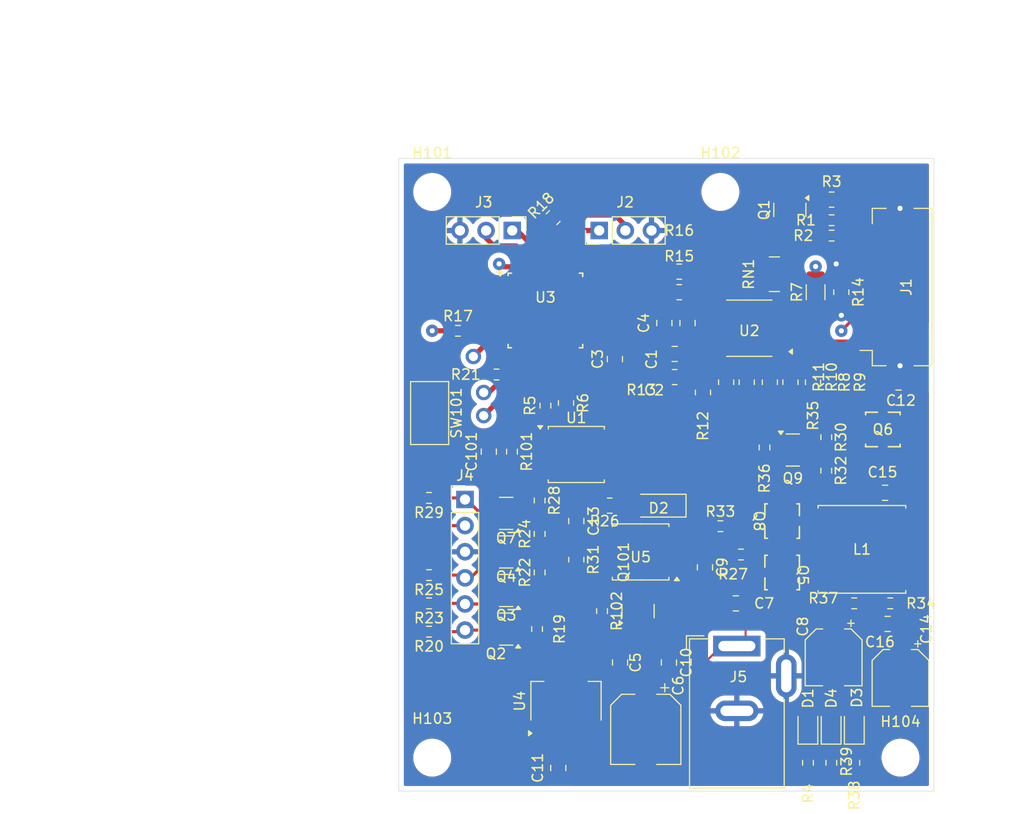
<source format=kicad_pcb>
(kicad_pcb (version 20240108) (generator "pcbnew") (generator_version "8.0")
  (layers (0 "F.Cu" signal) (31 "B.Cu" signal) (34 "B.Paste" user) (35 "F.Paste" user) (36 "B.SilkS" user "B.Silkscreen") (37 "F.SilkS" user "F.Silkscreen") (38 "B.Mask" user) (39 "F.Mask" user) (44 "Edge.Cuts" user))
  (net 0 "")
  (net 1 "GND")
  (net 2 "/VP")
  (net 3 "Net-(U2-VINT)")
  (net 4 "3V3")
  (net 5 "Net-(U2-VCP)")
  (net 6 "/VCC_IN")
  (net 7 "Net-(U5-UGATE)")
  (net 8 "Net-(D2-K)")
  (net 9 "Net-(U5-VCC)")
  (net 10 "/SUPPLY")
  (net 11 "/FB")
  (net 12 "Net-(D1-K)")
  (net 13 "Net-(D3-K)")
  (net 14 "Net-(D4-K)")
  (net 15 "Net-(J1-Pin_11)")
  (net 16 "Net-(J1-Pin_18)")
  (net 17 "Net-(J1-Pin_22)")
  (net 18 "Net-(J1-Pin_7)")
  (net 19 "Net-(J1-Pin_12)")
  (net 20 "Net-(J1-Pin_17)")
  (net 21 "Net-(J1-Pin_24)")
  (net 22 "Net-(J2-Pin_1)")
  (net 23 "Net-(J2-Pin_2)")
  (net 24 "Net-(J3-Pin_2)")
  (net 25 "Net-(J3-Pin_1)")
  (net 26 "/PS")
  (net 27 "/DST")
  (net 28 "/A'")
  (net 29 "/B'")
  (net 30 "/MOSI")
  (net 31 "/TH")
  (net 32 "/LAT")
  (net 33 "/B")
  (net 34 "/A")
  (net 35 "Net-(J4-Pin_5)")
  (net 36 "5V")
  (net 37 "Net-(J4-Pin_6)")
  (net 38 "Net-(J4-Pin_4)")
  (net 39 "Net-(J4-Pin_1)")
  (net 40 "Net-(Q1-B)")
  (net 41 "/CLK")
  (net 42 "/MISO")
  (net 43 "Net-(Q8-D)")
  (net 44 "Net-(Q5-G)")
  (net 45 "Net-(Q6-G)")
  (net 46 "/RST")
  (net 47 "Net-(Q8-G)")
  (net 48 "Net-(Q9-C)")
  (net 49 "Net-(Q9-B)")
  (net 50 "Net-(U3-PB2)")
  (net 51 "Net-(U1-DO(IO1))")
  (net 52 "Net-(U3-PB3)")
  (net 53 "Net-(U2-~{FAULT})")
  (net 54 "Net-(U2-AISEN)")
  (net 55 "Net-(U2-BISEN)")
  (net 56 "/A_D")
  (net 57 "Net-(U3-PC0)")
  (net 58 "/A'_D")
  (net 59 "Net-(U3-PC1)")
  (net 60 "/B_D")
  (net 61 "Net-(U3-PC2)")
  (net 62 "/B'_D")
  (net 63 "Net-(U3-PC3)")
  (net 64 "Net-(Q101-D)")
  (net 65 "Net-(U5-LGATE)")
  (net 66 "/PWR")
  (net 67 "/{slash}CS")
  (net 68 "unconnected-(U3-PD6-Pad10)")
  (net 69 "Net-(Q101-G)")
  (net 70 "/ADC6")
  (net 71 "/EXP2")
  (net 72 "/BUTTON")
  (net 73 "/EXP4")
  (net 74 "/EN_BUCK")
  (footprint "Resistor_SMD:R_0603_1608Metric" (layer "F.Cu") (at 163.25 57.275 -90)
    (property "Reference" "R5")
    (property "Value" "0")
  )
  (footprint "Package_TO_SOT_SMD:SOT-23" (layer "F.Cu") (at 187 38.25 -90)
    (property "Reference" "Q1")
    (property "Value" "BC817")
  )
  (footprint "Connector_PinHeader_2.54mm:PinHeader_1x03_P2.54mm_Vertical" (layer "F.Cu") (at 168.475 40.25 90)
    (property "Reference" "J2")
    (property "Value" "I2C")
  )
  (footprint "Library_nova:DFN8_3x3_EP_AOS" (layer "F.Cu") (at 196.036203 59.595)
    (property "Reference" "Q6")
    (property "Value" "AON6411")
  )
  (footprint "Capacitor_SMD:C_0805_2012Metric" (layer "F.Cu") (at 170.5 82.25 -90)
    (property "Reference" "C5")
    (property "Value" "100n")
  )
  (footprint "Package_QFP:TQFP-32_7x7mm_P0.8mm" (layer "F.Cu") (at 163.25 48.025)
    (property "Reference" "U3")
    (property "Value" "ATmega328P-A")
  )
  (footprint "Resistor_SMD:R_0603_1608Metric" (layer "F.Cu") (at 182.25 71.75)
    (property "Reference" "R27")
    (property "Value" "10")
  )
  (footprint "Resistor_SMD:R_0805_2012Metric" (layer "F.Cu") (at 187.056802 55 90)
    (property "Reference" "R9")
    (property "Value" "R750")
  )
  (footprint "Connector_BarrelJack:BarrelJack_GCT_DCJ200-10-A_Horizontal" (layer "F.Cu") (at 181.85 80.65)
    (property "Reference" "J5")
    (property "Value" "12V/2A")
  )
  (footprint "Connector_PinHeader_2.54mm:PinHeader_1x03_P2.54mm_Vertical" (layer "F.Cu") (at 160.025 40.25 -90)
    (property "Reference" "J3")
    (property "Value" "UART")
  )
  (footprint "Resistor_SMD:R_0603_1608Metric" (layer "F.Cu") (at 190.536203 63.595 -90)
    (property "Reference" "R32")
    (property "Value" "1k")
  )
  (footprint "MountingHole:MountingHole_3.2mm_M3_DIN965" (layer "F.Cu") (at 197.75 91.5)
    (property "Reference" "H104")
    (property "Value" "MountingHole")
  )
  (footprint "Package_SO:SOP-8_5.28x5.23mm_P1.27mm" (layer "F.Cu") (at 172.5 71.5 180)
    (property "Reference" "U5")
    (property "Value" "APW7120")
  )
  (footprint "Resistor_SMD:R_0805_2012Metric" (layer "F.Cu") (at 176.25 46.25)
    (property "Reference" "R15")
    (property "Value" "100")
  )
  (footprint "Package_TO_SOT_SMD:SOT-23" (layer "F.Cu") (at 159.4375 71.5 180)
    (property "Reference" "Q4")
    (property "Value" "2N7002")
  )
  (footprint "Resistor_SMD:R_0805_2012Metric" (layer "F.Cu") (at 191.056802 37.25 180)
    (property "Reference" "R3")
    (property "Value" "1k")
  )
  (footprint "Diode_SMD:D_MiniMELF" (layer "F.Cu") (at 174.25 67 180)
    (property "Reference" "D2")
    (property "Value" "LL4148")
  )
  (footprint "Inductor_SMD:L_APV_ANR8040" (layer "F.Cu") (at 194 71.25)
    (property "Reference" "L1")
    (property "Value" "1.5u")
  )
  (footprint "Resistor_SMD:R_0603_1608Metric" (layer "F.Cu") (at 191.056802 40.75)
    (property "Reference" "R2")
    (property "Value" "180")
  )
  (footprint "Resistor_SMD:R_0603_1608Metric" (layer "F.Cu") (at 191.03 92 90)
    (property "Reference" "R39")
    (property "Value" "1k")
  )
  (footprint "Resistor_SMD:R_0805_2012Metric" (layer "F.Cu") (at 164 39 45)
    (property "Reference" "R18")
    (property "Value" "10k")
  )
  (footprint "Library_nova:DFN8_3x3_EP_AOS" (layer "F.Cu") (at 186.25 73.5 -90)
    (property "Reference" "Q5")
    (property "Value" "SiR696DP")
  )
  (footprint "Resistor_SMD:R_0603_1608Metric" (layer "F.Cu") (at 162.6875 66.5 -90)
    (property "Reference" "R28")
    (property "Value" "10k")
  )
  (footprint "Capacitor_SMD:C_0805_2012Metric" (layer "F.Cu") (at 175.25 82.25 -90)
    (property "Reference" "C10")
    (property "Value" "100n")
  )
  (footprint "Capacitor_SMD:C_0805_2012Metric" (layer "F.Cu") (at 178.75 73 -90)
    (property "Reference" "C9")
    (property "Value" "100n")
  )
  (footprint "Package_TO_SOT_SMD:SOT-223-3_TabPin2" (layer "F.Cu") (at 165.25 86 90)
    (property "Reference" "U4")
    (property "Value" "AMS1117-3.3")
  )
  (footprint "Resistor_SMD:R_0603_1608Metric" (layer "F.Cu") (at 160 61.75 -90)
    (property "Reference" "R101")
    (property "Value" "10k")
  )
  (footprint "LED_SMD:LED_0805_2012Metric" (layer "F.Cu") (at 188.75 88.5 90)
    (property "Reference" "D1")
    (property "Value" "LED")
  )
  (footprint "Package_TO_SOT_SMD:SOT-23" (layer "F.Cu") (at 159.4375 79 180)
    (property "Reference" "Q2")
    (property "Value" "2N7002")
  )
  (footprint "Capacitor_SMD:C_0805_2012Metric" (layer "F.Cu") (at 166.25 68.5 -90)
    (property "Reference" "C13")
    (property "Value" "1u")
  )
  (footprint "Resistor_SMD:R_0603_1608Metric" (layer "F.Cu") (at 190.536203 60.345 -90)
    (property "Reference" "R30")
    (property "Value" "10k")
  )
  (footprint "Resistor_SMD:R_Array_Convex_4x0603" (layer "F.Cu") (at 185.5 44.5)
    (property "Reference" "RN1")
    (property "Value" "82")
  )
  (footprint "Resistor_SMD:R_0805_2012Metric" (layer "F.Cu") (at 189.25 55 -90)
    (property "Reference" "R35")
    (property "Value" "1k")
  )
  (footprint "MountingHole:MountingHole_3.2mm_M3_DIN965" (layer "F.Cu") (at 152.25 36.5)
    (property "Reference" "H101")
    (property "Value" "MountingHole")
  )
  (footprint "Package_SO:SOIC-8_5.23x5.23mm_P1.27mm" (layer "F.Cu") (at 166.25 62.025)
    (property "Reference" "U1")
    (property "Value" "W25Q16JVSS")
  )
  (footprint "Resistor_SMD:R_0603_1608Metric" (layer "F.Cu") (at 193.26 92 90)
    (property "Reference" "R38")
    (property "Value" "510")
  )
  (footprint "Resistor_SMD:R_0805_2012Metric" (layer "F.Cu") (at 178.556802 56 90)
    (property "Reference" "R12")
    (property "Value" "100")
  )
  (footprint "Capacitor_SMD:C_0805_2012Metric" (layer "F.Cu") (at 174.806802 49.25 -90)
    (property "Reference" "C1")
    (property "Value" "100n")
  )
  (footprint "LED_SMD:LED_0805_2012Metric" (layer "F.Cu") (at 191.01 88.5 90)
    (property "Reference" "D4")
    (property "Value" "LED")
  )
  (footprint "Capacitor_SMD:CP_Elec_5x4.5" (layer "F.Cu") (at 197.75 83.75 -90)
    (property "Reference" "C14")
    (property "Value" "100u")
  )
  (footprint "Resistor_SMD:R_1206_3216Metric" (layer "F.Cu") (at 189.5 46.25 90)
    (property "Reference" "R7")
    (property "Value" "10k")
  )
  (footprint "Resistor_SMD:R_0805_2012Metric" (layer "F.Cu") (at 185.056802 55 90)
    (property "Reference" "R8")
    (property "Value" "R750")
  )
  (footprint "Resistor_SMD:R_0603_1608Metric" (layer "F.Cu") (at 154.75 50)
    (property "Reference" "R17")
    (property "Value" "100")
  )
  (footprint "Resistor_SMD:R_0603_1608Metric" (layer "F.Cu") (at 162.6875 73.5 90)
    (property "Reference" "R22")
    (property "Value" "10k")
  )
  (footprint "Resistor_SMD:R_0603_1608Metric" (layer "F.Cu") (at 180.25 69)
    (property "Reference" "R33")
    (property "Value" "10")
  )
  (footprint "Resistor_SMD:R_0603_1608Metric" (layer "F.Cu") (at 151.9375 79.25 180)
    (property "Reference" "R20")
    (property "Value" "10k")
  )
  (footprint "Resistor_SMD:R_0805_2012Metric" (layer "F.Cu") (at 180.806802 55 90)
    (property "Reference" "R11")
    (property "Value" "R750")
  )
  (footprint "Resistor_SMD:R_0603_1608Metric" (layer "F.Cu") (at 193.25 76.5)
    (property "Reference" "R37")
    (property "Value" "2k7")
  )
  (footprint "Capacitor_SMD:C_0805_2012Metric" (layer "F.Cu") (at 164.5 92.5 90)
    (property "Reference" "C11")
    (property "Value" "100n")
  )
  (footprint "Capacitor_SMD:CP_Elec_5x4.5" (layer "F.Cu") (at 191.25 81.75 -90)
    (property "Reference" "C8")
    (property "Value" "100u")
  )
  (footprint "Capacitor_SMD:C_0805_2012Metric" (layer "F.Cu") (at 196.25 65.75)
    (property "Reference" "C15")
    (property "Value" "100n")
  )
  (footprint "Resistor_SMD:R_0805_2012Metric" (layer "F.Cu") (at 176.25 44.25)
    (property "Reference" "R16")
    (property "Value" "100")
  )
  (footprint "Capacitor_SMD:C_0805_2012Metric" (layer "F.Cu") (at 177.056802 49.25 90)
    (property "Reference" "C4")
    (property "Value" "10p")
  )
  (footprint "Connector_PinHeader_2.54mm:PinHeader_1x06_P2.54mm_Vertical" (layer "F.Cu") (at 155.4375 66.4)
    (property "Reference" "J4")
    (property "Value" "ICSP")
  )
  (footprint "MountingHole:MountingHole_3.2mm_M3_DIN965" (layer "F.Cu") (at 152.25 91.5)
    (property "Reference" "H103")
    (property "Value" "MountingHole")
  )
  (footprint "Capacitor_SMD:C_0805_2012Metric" (layer "F.Cu") (at 197.556802 56.5 180)
    (property "Reference" "C12")
    (property "Value" "10u")
  )
  (footprint "Capacitor_SMD:C_0805_2012Metric" (layer "F.Cu") (at 181.75 76.5)
    (property "Reference" "C7")
    (property "Value" "100n")
  )
  (footprint "Library_nova:DFN8_3x3_EP_AOS" (layer "F.Cu") (at 186.25 68.5 -90)
    (property "Reference" "Q8")
    (property "Value" "SiR696DP")
  )
  (footprint "Resistor_SMD:R_0603_1608Metric" (layer "F.Cu") (at 191.056802 39.25)
    (property "Reference" "R1")
    (property "Value" "36k")
  )
  (footprint "Resistor_SMD:R_0805_2012Metric" (layer "F.Cu") (at 175.806802 54.5)
    (property "Reference" "R13")
    (property "Value" "100")
  )
  (footprint "Button_Switch_SMD:SW_SPST_CK_RS282G05A3" (layer "F.Cu") (at 152 58 -90)
    (property "Reference" "SW101")
    (property "Value" "SW_Push")
  )
  (footprint "Package_TO_SOT_SMD:SOT-23" (layer "F.Cu") (at 159.4375 75.25 180)
    (property "Reference" "Q3")
    (property "Value" "2N7002")
  )
  (footprint "Resistor_SMD:R_0805_2012Metric" (layer "F.Cu") (at 182.806802 55 90)
    (property "Reference" "R10")
    (property "Value" "R750")
  )
  (footprint "Capacitor_SMD:C_0805_2012Metric" (layer "F.Cu") (at 175.806802 52.25)
    (property "Reference" "C2")
    (property "Value" "2u2")
  )
  (footprint "Package_TO_SOT_SMD:SOT-23" (layer "F.Cu") (at 187.286203 61.595)
    (property "Reference" "Q9")
    (property "Value" "BC817")
  )
  (footprint "Resistor_SMD:R_0805_2012Metric" (layer "F.Cu") (at 192 46.25 -90)
    (property "Reference" "R14")
    (property "Value" "47k")
  )
  (footprint "Resistor_SMD:R_0603_1608Metric" (layer "F.Cu") (at 196.75 76.5)
    (property "Reference" "R34")
    (property "Value" "22k")
  )
  (footprint "Resistor_SMD:R_0805_2012Metric" (layer "F.Cu") (at 165.25 57.025 -90)
    (property "Reference" "R6")
    (property "Value" "10")
  )
  (footprint "Resistor_SMD:R_0603_1608Metric" (layer "F.Cu") (at 162.4375 79 -90)
    (property "Reference" "R19")
    (property "Value" "10k")
  )
  (footprint "Resistor_SMD:R_0603_1608Metric" (layer "F.Cu") (at 158.5 54.25)
    (property "Reference" "R21")
    (property "Value" "10k")
  )
  (footprint "LED_SMD:LED_0805_2012Metric" (layer "F.Cu") (at 193.26 88.5 90)
    (property "Reference" "D3")
    (property "Value" "LED")
  )
  (footprint "Resistor_SMD:R_0603_1608Metric" (layer "F.Cu") (at 188.76 92 90)
    (property "Reference" "R4")
    (property "Value" "75")
  )
  (footprint "Resistor_SMD:R_0805_2012Metric" (layer "F.Cu") (at 166.25 72.25 -90)
    (property "Reference" "R31")
    (property "Value" "?")
  )
  (footprint "Resistor_SMD:R_0603_1608Metric" (layer "F.Cu") (at 184.536203 61.345 90)
    (property "Reference" "R36")
    (property "Value" "10k")
  )
  (footprint "Capacitor_SMD:CP_Elec_6.3x4.5" (layer "F.Cu") (at 173 88.75 -90)
    (property "Reference" "C6")
    (property "Value" "100u")
  )
  (footprint "Resistor_SMD:R_0603_1608Metric" (layer "F.Cu") (at 162.6875 69.75 90)
    (property "Reference" "R24")
    (property "Value" "10k")
  )
  (footprint "Resistor_SMD:R_0603_1608Metric" (layer "F.Cu") (at 151.9375 66.25 180)
    (property "Reference" "R29")
    (property "Value" "10k")
  )
  (footprint "Resistor_SMD:R_0805_2012Metric" (layer "F.Cu") (at 169.5 67)
    (property "Reference" "R26")
    (property "Value" "2.2")
  )
  (footprint "Connector_FFC-FPC:Hirose_FH12-24S-0.5SH_1x24-1MP_P0.50mm_Horizontal" (layer "F.Cu") (at 196.306802 45.75 90)
    (property "Reference" "J1")
    (property "Value" "LTP02-245-01")
  )
  (footprint "Resistor_SMD:R_0603_1608Metric" (layer "F.Cu") (at 168.75 77.25 -90)
    (property "Reference" "R102")
    (property "Value" "1k")
  )
  (footprint "Package_TO_SOT_SMD:SOT-23" (layer "F.Cu") (at 172.25 77.25 90)
    (property "Reference" "Q101")
    (property "Value" "2N7002")
  )
  (footprint "Capacitor_SMD:C_0805_2012Metric" (layer "F.Cu") (at 196.5 78.5)
    (property "Reference" "C16")
    (property "Value" "100n")
  )
  (footprint "Resistor_SMD:R_0603_1608Metric" (layer "F.Cu") (at 151.9375 73.75 180)
    (property "Reference" "R25")
    (property "Value" "10k")
  )
  (footprint "Package_SO:TSSOP-16_4.4x5mm_P0.65mm" (layer "F.Cu") (at 183.056802 49.75 180)
    (property "Reference" "U2")
    (property "Value" "DRV8833PW")
  )
  (footprint "Resistor_SMD:R_0603_1608Metric" (layer "F.Cu") (at 151.9375 76.5 180)
    (property "Reference" "R23")
    (property "Value" "10k")
  )
  (footprint "Capacitor_SMD:C_0805_2012Metric" (layer "F.Cu") (at 157.75 61.75 90)
    (property "Reference" "C101")
    (property "Value" "100n")
  )
  (footprint "Capacitor_SMD:C_0805_2012Metric" (layer "F.Cu") (at 170 52.75 90)
    (property "Reference" "C3")
    (property "Value" "100n")
  )
  (footprint "MountingHole:MountingHole_3.2mm_M3_DIN965" (layer "F.Cu") (at 180.25 36.5)
    (property "Reference" "H102")
    (property "Value" "MountingHole")
  )
  (footprint "Package_TO_SOT_SMD:SOT-23" (layer "F.Cu") (at 159.4375 67.75 180)
    (property "Reference" "Q7")
    (property "Value" "2N7002")
  )
  (gr_rect (start 149 33.25) (end 201 94.75) (stroke (width 0.05)) (fill none) (layer "Edge.Cuts"))
  (segment (start 196.25 47) (end 196.25 44.75) (width 0.8) (layer "F.Cu") (net 1))
  (segment (start 193.25 44.5) (end 194.456802 44.5) (width 0.3) (layer "F.Cu") (net 1))
  (segment (start 194.456802 47.5) (end 195.75 47.5) (width 0.8) (layer "F.Cu") (net 1))
  (segment (start 196.25 44.75) (end 194.706802 44.75) (width 0.8) (layer "F.Cu") (net 1))
  (segment (start 159 46.825) (end 161.575 46.825) (width 0.3) (layer "F.Cu") (net 1))
  (segment (start 192.5 48.5) (end 193 48) (width 0.3) (layer "F.Cu") (net 1))
  (segment (start 193.25 44.5) (end 192.25 43.5) (width 0.3) (layer "F.Cu") (net 1))
  (segment (start 157.5 47) (end 157.675 46.825) (width 0.3) (layer "F.Cu") (net 1))
  (segment (start 196.25 40.5) (end 197.706802 39.043198) (width 0.3) (layer "F.Cu") (net 1))
  (segment (start 157.675 46.825) (end 159 46.825) (width 0.3) (layer "F.Cu") (net 1))
  (segment (start 187.7994 68.174999) (end 187.7994 69.474999) (width 0.3) (layer "F.Cu") (net 1))
  (segment (start 157.5 48.25) (end 157.5 47) (width 0.3) (layer "F.Cu") (net 1))
  (segment (start 192.25 43.5) (end 191.5 43.5) (width 0.3) (layer "F.Cu") (net 1))
  (segment (start 193 48) (end 194.456802 48) (width 0.3) (layer "F.Cu") (net 1))
  (segment (start 197.706802 39.043198) (end 197.706802 38.1) (width 0.3) (layer "F.Cu") (net 1))
  (segment (start 194.456802 40.5) (end 196.25 40.5) (width 0.3) (layer "F.Cu") (net 1))
  (segment (start 192 48.5) (end 192.5 48.5) (width 0.3) (layer "F.Cu") (net 1))
  (segment (start 195.75 47.5) (end 196.25 47) (width 0.8) (layer "F.Cu") (net 1))
  (segment (start 161.575 46.825) (end 162.375 47.625) (width 0.3) (layer "F.Cu") (net 1))
  (segment (start 194.456802 44) (end 194.456802 45) (width 0.3) (layer "F.Cu") (net 1))
  (segment (start 162.375 47.625) (end 167.5 47.625) (width 0.3) (layer "F.Cu") (net 1))
  (segment (start 157.675 48.425) (end 157.5 48.25) (width 0.3) (layer "F.Cu") (net 1))
  (segment (start 159 48.425) (end 157.675 48.425) (width 0.3) (layer "F.Cu") (net 1))
  (segment (start 194.456802 48) (end 194.456802 47) (width 0.3) (layer "F.Cu") (net 1))
  (via (at 192 48.5) (size 1.2) (drill 0.5) (layers "F.Cu" "B.Cu") (net 1))
  (via (at 197.706802 38.1) (size 0.6) (drill 0.5) (layers "F.Cu" "B.Cu") (net 1))
  (via (at 197.706802 53.4) (size 0.6) (drill 0.5) (layers "F.Cu" "B.Cu") (net 1))
  (via (at 191.5 43.5) (size 1.2) (drill 0.5) (layers "F.Cu" "B.Cu") (net 1))
  (segment (start 198.473703 60.5325) (end 198.401602 60.460399) (width 0.3) (layer "F.Cu") (net 2))
  (segment (start 174.806802 50.2) (end 177.056802 50.2) (width 0.3) (layer "F.Cu") (net 2))
  (segment (start 178.381802 49.425) (end 178.056802 49.75) (width 0.3) (layer "F.Cu") (net 2))
  (segment (start 196.5 42) (end 194.456802 42) (width 0.8) (layer "F.Cu") (net 2))
  (segment (start 198.606802 56.6) (end 198.506802 56.5) (width 0.3) (layer "F.Cu") (net 2))
  (segment (start 194.456802 49.25) (end 194.456802 49) (width 0.3) (layer "F.Cu") (net 2))
  (segment (start 200 50.25) (end 200 55) (width 0.8) (layer "F.Cu") (net 2))
  (segment (start 197.585603 60.569999) (end 198.292003 60.569999) (width 0.3) (layer "F.Cu") (net 2))
  (segment (start 194.5 86.3225) (end 194.5 84.25) (width 0.3) (layer "F.Cu") (net 2))
  (segment (start 197.5 47.75) (end 197.5 43) (width 0.8) (layer "F.Cu") (net 2))
  (segment (start 197.5 48.25) (end 197.5 47.75) (width 0.8) (layer "F.Cu") (net 2))
  (segment (start 197.5 43) (end 196.5 42) (width 0.8) (layer "F.Cu") (net 2))
  (segment (start 194.456802 49.5) (end 194.456802 49.25) (width 0.3) (layer "F.Cu") (net 2))
  (segment (start 193.26 87.5625) (end 194.5 86.3225) (width 0.3) (layer "F.Cu") (net 2))
  (segment (start 196.5 49.25) (end 197.5 48.25) (width 0.8) (layer "F.Cu") (net 2))
  (segment (start 194.456802 42.5) (end 194.456802 41.5) (width 0.3) (layer "F.Cu") (net 2))
  (segment (start 198.836203 56.829401) (end 198.506802 56.5) (width 0.3) (layer "F.Cu") (net 2))
  (segment (start 200 55) (end 199.5 55.5) (width 0.8) (layer "F.Cu") (net 2))
  (segment (start 199.5 55.5) (end 199.5 55.506802) (width 0.8) (layer "F.Cu") (net 2))
  (segment (start 198.836203 60.025799) (end 198.836203 56.829401) (width 0.3) (layer "F.Cu") (net 2))
  (segment (start 177.506802 49.75) (end 177.056802 50.2) (width 0.3) (layer "F.Cu") (net 2))
  (segment (start 197.5 47.75) (end 200 50.25) (width 0.8) (layer "F.Cu") (net 2))
  (segment (start 197.585603 60.569999) (end 197.585603 58.620001) (width 0.3) (layer "F.Cu") (net 2))
  (segment (start 194.456802 49.25) (end 196.5 49.25) (width 0.8) (layer "F.Cu") (net 2))
  (segment (start 178.056802 49.75) (end 177.506802 49.75) (width 0.3) (layer "F.Cu") (net 2))
  (segment (start 199.5 55.506802) (end 198.506802 56.5) (width 0.8) (layer "F.Cu") (net 2))
  (segment (start 180.194302 49.425) (end 178.381802 49.425) (width 0.3) (layer "F.Cu") (net 2))
  (segment (start 198.292003 60.569999) (end 198.836203 60.025799) (width 0.3) (layer "F.Cu") (net 2))
  (segment (start 177.506802 51.5) (end 178.056802 51.5) (width 0.3) (layer "F.Cu") (net 3))
  (segment (start 178.056802 51.5) (end 178.831802 50.725) (width 0.3) (layer "F.Cu") (net 3))
  (segment (start 178.831802 50.725) (end 180.194302 50.725) (width 0.3) (layer "F.Cu") (net 3))
  (segment (start 176.756802 52.25) (end 177.506802 51.5) (width 0.3) (layer "F.Cu") (net 3))
  (segment (start 168.7 91.55) (end 171.5 88.75) (width 0.5) (layer "F.Cu") (net 4))
  (segment (start 178 89.75) (end 185 89.75) (width 0.5) (layer "F.Cu") (net 4))
  (segment (start 160.6 72.675) (end 160.375 72.45) (width 0.3) (layer "F.Cu") (net 4))
  (segment (start 190.5375 44.7875) (end 191.0875 45.3375) (width 0.3) (layer "F.Cu") (net 4))
  (segment (start 168.5 52) (end 168.5 58.77) (width 0.3) (layer "F.Cu") (net 4))
  (segment (start 169.025 50.025) (end 167.5 50.025) (width 0.3) (layer "F.Cu") (net 4))
  (segment (start 160.525 49.225) (end 159 49.225) (width 0.3) (layer "F.Cu") (net 4))
  (segment (start 162.6875 68.925) (end 162.6875 67.325) (width 0.3) (layer "F.Cu") (net 4))
  (segment (start 160.085 62.66) (end 160 62.575) (width 0.3) (layer "F.Cu") (net 4))
  (segment (start 160.375 79.95) (end 162.35 79.95) (width 0.3) (layer "F.Cu") (net 4))
  (segment (start 161 48.25) (end 161 48.75) (width 0.3) (layer "F.Cu") (net 4))
  (segment (start 162.65 62.66) (end 160.085 62.66) (width 0.3) (layer "F.Cu") (net 4))
  (segment (start 165.25 48.425) (end 161.175 48.425) (width 0.3) (layer "F.Cu") (net 4))
  (segment (start 162.35 79.95) (end 165.25 82.85) (width 0.3) (layer "F.Cu") (net 4))
  (segment (start 162.6875 68.925) (end 160.6 68.925) (width 0.3) (layer "F.Cu") (net 4))
  (segment (start 164.5 91.55) (end 165.25 90.8) (width 0.2) (layer "F.Cu") (net 4))
  (segment (start 160.625 47.625) (end 161 48) (width 0.3) (layer "F.Cu") (net 4))
  (segment (start 167.5 50.025) (end 166.4 50.025) (width 0.3) (layer "F.Cu") (net 4))
  (segment (start 166.4 50.025) (end 165.25 48.875) (width 0.3) (layer "F.Cu") (net 4))
  (segment (start 168.5 58.77) (end 169.85 60.12) (width 0.3) (layer "F.Cu") (net 4))
  (segment (start 165.25 90.8) (end 165.25 89.15) (width 0.2) (layer "F.Cu") (net 4))
  (segment (start 161.175 48.425) (end 161 48.25) (width 0.3) (layer "F.Cu") (net 4))
  (segment (start 169.85 61.39) (end 169.85 60.12) (width 0.3) (layer "F.Cu") (net 4))
  (segment (start 171.5 88.75) (end 177 88.75) (width 0.5) (layer "F.Cu") (net 4))
  (segment (start 159 47.625) (end 160.625 47.625) (width 0.3) (layer "F.Cu") (net 4))
  (segment (start 192.1625 45.5) (end 192 45.3375) (width 0.3) (layer "F.Cu") (net 4))
  (segment (start 191.0875 45.3375) (end 192 45.3375) (width 0.3) (layer "F.Cu") (net 4))
  (segment (start 164.5 91.55) (end 168.7 91.55) (width 0.5) (layer "F.Cu") (net 4))
  (segment (start 170 51.8) (end 168.7 51.8) (width 0.3) (layer "F.Cu") (net 4))
  (segment (start 161 48.75) (end 160.525 49.225) (width 0.3) (layer "F.Cu") (net 4))
  (segment (start 170 51) (end 169.025 50.025) (width 0.3) (layer "F.Cu") (net 4))
  (segment (start 194.456802 45.5) (end 192.1625 45.5) (width 0.3) (layer "F.Cu") (net 4))
  (segment (start 185 89.75) (end 187.1875 87.5625) (width 0.5) (layer "F.Cu") (net 4))
  (segment (start 161 48) (end 161 48.25) (width 0.3) (layer "F.Cu") (net 4))
  (segment (start 189.5 44.7875) (end 190.5375 44.7875) (width 0.3) (layer "F.Cu") (net 4))
  (segment (start 167.5 48.425) (end 165.25 48.425) (width 0.3) (layer "F.Cu") (net 4))
  (segment (start 160.6 68.925) (end 160.375 68.7) (width 0.3) (layer "F.Cu") (net 4))
  (segment (start 168.7 51.8) (end 168.5 52) (width 0.3) (layer "F.Cu") (net 4))
  (segment (start 187.1875 87.5625) (end 188.75 87.5625) (width 0.5) (layer "F.Cu") (net 4))
  (segment (start 190.231802 40.75) (end 190.231802 39.25) (width 0.3) (layer "F.Cu") (net 4))
  (segment (start 170 51.8) (end 170 51) (width 0.3) (layer "F.Cu") (net 4))
  (segment (start 177 88.75) (end 178 89.75) (width 0.5) (layer "F.Cu") (net 4))
  (segment (start 165.25 89.15) (end 165.25 82.85) (width 0.2) (layer "F.Cu") (net 4))
  (segment (start 189.65 44.9) (end 189.15 44.9) (width 0.3) (layer "F.Cu") (net 4))
  (segment (start 189.5 43.75) (end 189.5 44.7875) (width 0.3) (layer "F.Cu") (net 4))
  (segment (start 162.6875 72.675) (end 160.6 72.675) (width 0.3) (layer "F.Cu") (net 4))
  (segment (start 165.25 48.875) (end 165.25 48.425) (width 0.3) (layer "F.Cu") (net 4))
  (via (at 189.5 43.75) (size 1.2) (drill 0.5) (layers "F.Cu" "B.Cu") (net 4))
  (segment (start 178.306802 48.775) (end 177.831802 48.3) (width 0.3) (layer "F.Cu") (net 5))
  (segment (start 177.831802 48.3) (end 177.056802 48.3) (width 0.3) (layer "F.Cu") (net 5))
  (segment (start 180.194302 48.775) (end 178.306802 48.775) (width 0.3) (layer "F.Cu") (net 5))
  (segment (start 193.25 80.75) (end 192.05 79.55) (width 0.3) (layer "F.Cu") (net 6))
  (segment (start 186.25 76.75) (end 186.25 73.75) (width 0.3) (layer "F.Cu") (net 6))
  (segment (start 173 86.05) (end 175.25 83.8) (width 0.2) (layer "F.Cu") (net 6))
  (segment (start 167.55 89.15) (end 170.5 86.2) (width 0.2) (layer "F.Cu") (net 6))
  (segment (start 170.5 85.5) (end 170.5 86) (width 0.2) (layer "F.Cu") (net 6))
  (segment (start 193.25 85.3225) (end 193.25 80.75) (width 0.3) (layer "F.Cu") (net 6))
  (segment (start 191.01 87.5625) (end 193.25 85.3225) (width 0.3) (layer "F.Cu") (net 6))
  (segment (start 170.5 86) (end 170.55 86.05) (width 0.2) (layer "F.Cu") (net 6))
  (segment (start 186.5 77.5) (end 186.5 77) (width 0.3) (layer "F.Cu") (net 6))
  (segment (start 170.55 86.05) (end 173 86.05) (width 0.2) (layer "F.Cu") (net 6))
  (segment (start 192.05 79.55) (end 191.25 79.55) (width 0.3) (layer "F.Cu") (net 6))
  (segment (start 186.5 77) (end 186.25 76.75) (width 0.3) (layer "F.Cu") (net 6))
  (segment (start 182.7 76.5) (end 185.45 73.75) (width 0.2) (layer "F.Cu") (net 6))
  (segment (start 180.35 80.65) (end 181.85 80.65) (width 0.2) (layer "F.Cu") (net 6))
  (segment (start 182.7 79.8) (end 181.85 80.65) (width 0.2) (layer "F.Cu") (net 6))
  (segment (start 167.75 89.35) (end 167.55 89.15) (width 0.2) (layer "F.Cu") (net 6))
  (segment (start 170.5 86.2) (end 170.5 85.5) (width 0.2) (layer "F.Cu") (net 6))
  (segment (start 175.25 83.2) (end 177.8 83.2) (width 0.2) (layer "F.Cu") (net 6))
  (segment (start 185.45 73.75) (end 186.25 73.75) (width 0.2) (layer "F.Cu") (net 6))
  (segment (start 170.4125 67) (end 172.5 67) (width 0.3) (layer "F.Cu") (net 6))
  (segment (start 182.7 76.5) (end 182.7 79.8) (width 0.2) (layer "F.Cu") (net 6))
  (segment (start 175.25 83.8) (end 175.25 83.2) (width 0.2) (layer "F.Cu") (net 6))
  (segment (start 188.55 79.55) (end 186.5 77.5) (width 0.3) (layer "F.Cu") (net 6))
  (segment (start 170.5 83.2) (end 170.5 85.5) (width 0.2) (layer "F.Cu") (net 6))
  (segment (start 191.25 79.55) (end 188.55 79.55) (width 0.3) (layer "F.Cu") (net 6))
  (segment (start 177.8 83.2) (end 180.35 80.65) (width 0.2) (layer "F.Cu") (net 6))
  (segment (start 176.1 72.135) (end 178.665 72.135) (width 0.3) (layer "F.Cu") (net 7))
  (segment (start 181.425 71.75) (end 179.05 71.75) (width 0.3) (layer "F.Cu") (net 7))
  (segment (start 178.665 72.135) (end 178.75 72.05) (width 0.3) (layer "F.Cu") (net 7))
  (segment (start 179.05 71.75) (end 178.75 72.05) (width 0.3) (layer "F.Cu") (net 7))
  (segment (start 177.5 74) (end 177.55 73.95) (width 0.3) (layer "F.Cu") (net 8))
  (segment (start 177.55 73.95) (end 178.75 73.95) (width 0.3) (layer "F.Cu") (net 8))
  (segment (start 175.155 73.405) (end 174.5 72.75) (width 0.3) (layer "F.Cu") (net 8))
  (segment (start 174.5 69.25) (end 176 67.75) (width 0.3) (layer "F.Cu") (net 8))
  (segment (start 176.1 73.405) (end 175.155 73.405) (width 0.3) (layer "F.Cu") (net 8))
  (segment (start 176.1 73.405) (end 176.905 73.405) (width 0.3) (layer "F.Cu") (net 8))
  (segment (start 176.905 73.405) (end 177.5 74) (width 0.3) (layer "F.Cu") (net 8))
  (segment (start 174.5 72.75) (end 174.5 69.25) (width 0.3) (layer "F.Cu") (net 8))
  (segment (start 176 67.75) (end 176 67) (width 0.3) (layer "F.Cu") (net 8))
  (segment (start 168.9 69.595) (end 166.395 69.595) (width 0.3) (layer "F.Cu") (net 9))
  (segment (start 168.5875 69.2825) (end 168.9 69.595) (width 0.3) (layer "F.Cu") (net 9))
  (segment (start 169 69.495) (end 168.9 69.595) (width 0.3) (layer "F.Cu") (net 9))
  (segment (start 166.395 69.595) (end 166.25 69.45) (width 0.3) (layer "F.Cu") (net 9))
  (segment (start 168.5875 67) (end 168.5875 69.2825) (width 0.3) (layer "F.Cu") (net 9))
  (segment (start 194.236802 59.52) (end 194.486803 59.269999) (width 0.3) (layer "F.Cu") (net 10))
  (segment (start 194.486803 59.920001) (end 194.486803 58.620001) (width 0.3) (layer "F.Cu") (net 10))
  (segment (start 197.75 72) (end 197 71.25) (width 0.8) (layer "F.Cu") (net 10))
  (segment (start 197.75 81.55) (end 197.75 72) (width 0.8) (layer "F.Cu") (net 10))
  (segment (start 197 65.95) (end 197.2 65.75) (width 0.8) (layer "F.Cu") (net 10))
  (segment (start 197 71.25) (end 197 65.95) (width 0.8) (layer "F.Cu") (net 10))
  (segment (start 190.536203 59.52) (end 194.236802 59.52) (width 0.3) (layer "F.Cu") (net 10))
  (segment (start 188.76 91.175) (end 188.76 89.4475) (width 0.8) (layer "F.Cu") (net 12))
  (segment (start 188.76 89.4475) (end 188.75 89.4375) (width 0.8) (layer "F.Cu") (net 12))
  (segment (start 193.26 91.175) (end 193.26 89.4375) (width 0.8) (layer "F.Cu") (net 13))
  (segment (start 191.03 91.175) (end 191.03 89.4575) (width 0.8) (layer "F.Cu") (net 14))
  (segment (start 191.03 89.4575) (end 191.01 89.4375) (width 0.8) (layer "F.Cu") (net 14))
  (segment (start 190.25 46.5) (end 187.2 46.5) (width 0.3) (layer "F.Cu") (net 15))
  (segment (start 192.8375 47.1625) (end 192 47.1625) (width 0.3) (layer "F.Cu") (net 15))
  (segment (start 193.5 46.5) (end 192.8375 47.1625) (width 0.3) (layer "F.Cu") (net 15))
  (segment (start 192 47.1625) (end 191.6375 46.8) (width 0.3) (layer "F.Cu") (net 15))
  (segment (start 190.9125 47.1625) (end 190.25 46.5) (width 0.3) (layer "F.Cu") (net 15))
  (segment (start 194.456802 46.5) (end 193.5 46.5) (width 0.3) (layer "F.Cu") (net 15))
  (segment (start 192 47.1625) (end 190.9125 47.1625) (width 0.3) (layer "F.Cu") (net 15))
  (segment (start 187.2 46.5) (end 186.4 45.7) (width 0.3) (layer "F.Cu") (net 15))
  (segment (start 187.075 43.3) (end 188.375 42) (width 0.3) (layer "F.Cu") (net 16))
  (segment (start 186.4 43.3) (end 187.075 43.3) (width 0.3) (layer "F.Cu") (net 16))
  (segment (start 193.5 43) (end 194.456802 43) (width 0.3) (layer "F.Cu") (net 16))
  (segment (start 192.5 42) (end 193.5 43) (width 0.3) (layer "F.Cu") (net 16))
  (segment (start 188.375 42) (end 192.5 42) (width 0.3) (layer "F.Cu") (net 16))
  (segment (start 192.131802 41) (end 191.881802 40.75) (width 0.3) (layer "F.Cu") (net 17))
  (segment (start 194.456802 41) (end 192.131802 41) (width 0.3) (layer "F.Cu") (net 17))
  (segment (start 154.1 50.025) (end 154.075 50) (width 0.3) (layer "F.Cu") (net 18))
  (segment (start 153.925 50) (end 152.25 50) (width 0.5) (layer "F.Cu") (net 18))
  (segment (start 193.5 48.5) (end 192 50) (width 0.3) (layer "F.Cu") (net 18))
  (segment (start 194.456802 48.5) (end 193.5 48.5) (width 0.3) (layer "F.Cu") (net 18))
  (via (at 192 50) (size 1.2) (drill 0.5) (layers "F.Cu" "B.Cu") (net 18))
  (via (at 152.25 50) (size 1.2) (drill 0.5) (layers "F.Cu" "B.Cu") (net 18))
  (segment (start 192.705456 46.2) (end 190.95 46.2) (width 0.3) (layer "F.Cu") (net 19))
  (segment (start 188.25 45.75) (end 187.4 44.9) (width 0.3) (layer "F.Cu") (net 19))
  (segment (start 192.905456 46) (end 192.705456 46.2) (width 0.3) (layer "F.Cu") (net 19))
  (segment (start 187.4 44.9) (end 186.4 44.9) (width 0.3) (layer "F.Cu") (net 19))
  (segment (start 190.95 46.2) (end 190.5 45.75) (width 0.3) (layer "F.Cu") (net 19))
  (segment (start 190.5 45.75) (end 188.25 45.75) (width 0.3) (layer "F.Cu") (net 19))
  (segment (start 194.456802 46) (end 192.905456 46) (width 0.3) (layer "F.Cu") (net 19))
  (segment (start 192.25 42.5) (end 188.875 42.5) (width 0.3) (layer "F.Cu") (net 20))
  (segment (start 187.275 44.1) (end 186.4 44.1) (width 0.3) (layer "F.Cu") (net 20))
  (segment (start 194.456802 43.5) (end 193.25 43.5) (width 0.3) (layer "F.Cu") (net 20))
  (segment (start 188.875 42.5) (end 187.275 44.1) (width 0.3) (layer "F.Cu") (net 20))
  (segment (start 193.25 43.5) (end 192.25 42.5) (width 0.3) (layer "F.Cu") (net 20))
  (segment (start 192.556802 39.25) (end 191.881802 39.25) (width 0.3) (layer "F.Cu") (net 21))
  (segment (start 191.881802 37.3375) (end 191.969302 37.25) (width 0.3) (layer "F.Cu") (net 21))
  (segment (start 194.456802 40) (end 193.306802 40) (width 0.3) (layer "F.Cu") (net 21))
  (segment (start 193.306802 40) (end 192.556802 39.25) (width 0.3) (layer "F.Cu") (net 21))
  (segment (start 191.881802 39.25) (end 191.881802 37.3375) (width 0.3) (layer "F.Cu") (net 21))
  (segment (start 164.45 43.775) (end 164.45 42.05) (width 0.5) (layer "F.Cu") (net 22))
  (segment (start 166.25 40.25) (end 168.475 40.25) (width 0.5) (layer "F.Cu") (net 22))
  (segment (start 164.45 42.05) (end 166.25 40.25) (width 0.5) (layer "F.Cu") (net 22))
  (segment (start 163.65 43.775) (end 163.65 41.6) (width 0.5) (layer "F.Cu") (net 23))
  (segment (start 166.5 38.75) (end 170.0075 38.75) (width 0.5) (layer "F.Cu") (net 23))
  (segment (start 171.015 39.7575) (end 171.015 40.25) (width 0.5) (layer "F.Cu") (net 23))
  (segment (start 170.0075 38.75) (end 171.015 39.7575) (width 0.5) (layer "F.Cu") (net 23))
  (segment (start 163.65 41.6) (end 166.5 38.75) (width 0.5) (layer "F.Cu") (net 23))
  (segment (start 161.25 42.6) (end 160.4 41.75) (width 0.5) (layer "F.Cu") (net 24))
  (segment (start 161.25 43.775) (end 161.25 42.6) (width 0.5) (layer "F.Cu") (net 24))
  (segment (start 160.4 41.75) (end 158.25 41.75) (width 0.5) (layer "F.Cu") (net 24))
  (segment (start 157.485 40.985) (end 157.485 40.25) (width 0.5) (layer "F.Cu") (net 24))
  (segment (start 158.25 41.75) (end 157.485 40.985) (width 0.5) (layer "F.Cu") (net 24))
  (segment (start 160.025 40.25) (end 160.5 40.25) (width 0.5) (layer "F.Cu") (net 25))
  (segment (start 160.5 40.25) (end 162.05 41.8) (width 0.5) (layer "F.Cu") (net 25))
  (segment (start 162.05 41.8) (end 162.05 43.775) (width 0.5) (layer "F.Cu") (net 25))
  (segment (start 159.025 43.775) (end 158.75 43.5) (width 0.3) (layer "F.Cu") (net 26))
  (segment (start 160.45 43.775) (end 159.025 43.775) (width 0.5) (layer "F.Cu") (net 26))
  (via (at 158.75 43.5) (size 1.2) (drill 0.5) (layers "F.Cu" "B.Cu") (net 26))
  (segment (start 157.75 56) (end 157.25 56) (width 0.5) (layer "F.Cu") (net 27))
  (segment (start 160.45 52.275) (end 160.45 53.3) (width 0.5) (layer "F.Cu") (net 27))
  (segment (start 160.45 53.3) (end 157.75 56) (width 0.5) (layer "F.Cu") (net 27))
  (via (at 157.25 56) (size 1.5) (drill 0.9) (layers "F.Cu" "B.Cu") (net 27))
  (segment (start 195.456802 52) (end 195.75 51.706802) (width 0.3) (layer "F.Cu") (net 28))
  (segment (start 195.75 51.706802) (end 195.75 50.650304) (width 0.3) (layer "F.Cu") (net 28))
  (segment (start 195.75 50.650304) (end 195.599696 50.5) (width 0.3) (layer "F.Cu") (net 28))
  (segment (start 187.325 50.075) (end 189.25 52) (width 0.3) (layer "F.Cu") (net 28))
  (segment (start 185.919302 50.075) (end 187.325 50.075) (width 0.3) (layer "F.Cu") (net 28))
  (segment (start 189.25 52) (end 195.456802 52) (width 0.3) (layer "F.Cu") (net 28))
  (segment (start 195.599696 50.5) (end 194.456802 50.5) (width 0.3) (layer "F.Cu") (net 28))
  (segment (start 187.675 49.425) (end 189.75 51.5) (width 0.3) (layer "F.Cu") (net 29))
  (segment (start 189.75 51.5) (end 194.456802 51.5) (width 0.3) (layer "F.Cu") (net 29))
  (segment (start 185.919302 49.425) (end 187.675 49.425) (width 0.3) (layer "F.Cu") (net 29))
  (segment (start 168.93 63.93) (end 165.25 60.25) (width 0.5) (layer "F.Cu") (net 30))
  (segment (start 162.6625 70.55) (end 162.6875 70.575) (width 0.3) (layer "F.Cu") (net 30))
  (segment (start 169.85 63.93) (end 168.93 63.93) (width 0.5) (layer "F.Cu") (net 30))
  (segment (start 165.25 60.25) (end 165.25 57.9375) (width 0.5) (layer "F.Cu") (net 30))
  (segment (start 160.375 70.55) (end 162.6625 70.55) (width 0.3) (layer "F.Cu") (net 30))
  (segment (start 159 50.025) (end 155.6 50.025) (width 0.5) (layer "F.Cu") (net 32))
  (segment (start 155.6 50.025) (end 155.575 50) (width 0.3) (layer "F.Cu") (net 32))
  (segment (start 194.456802 51) (end 190.25 51) (width 0.3) (layer "F.Cu") (net 33))
  (segment (start 187.375 48.125) (end 185.919302 48.125) (width 0.3) (layer "F.Cu") (net 33))
  (segment (start 190.25 51) (end 187.375 48.125) (width 0.3) (layer "F.Cu") (net 33))
  (segment (start 196.5 51.75) (end 196.5 50.443198) (width 0.3) (layer "F.Cu") (net 34))
  (segment (start 185.919302 51.375) (end 187.625 51.375) (width 0.3) (layer "F.Cu") (net 34))
  (segment (start 188.75 52.5) (end 195.75 52.5) (width 0.3) (layer "F.Cu") (net 34))
  (segment (start 196.5 50.443198) (end 196.056802 50) (width 0.3) (layer "F.Cu") (net 34))
  (segment (start 195.75 52.5) (end 196.5 51.75) (width 0.3) (layer "F.Cu") (net 34))
  (segment (start 187.625 51.375) (end 188.75 52.5) (width 0.3) (layer "F.Cu") (net 34))
  (segment (start 196.056802 50) (end 194.456802 50) (width 0.3) (layer "F.Cu") (net 34))
  (segment (start 157.19 76.56) (end 158.5 75.25) (width 0.3) (layer "F.Cu") (net 35))
  (segment (start 155.3775 76.5) (end 155.4375 76.56) (width 0.3) (layer "F.Cu") (net 35))
  (segment (start 155.4375 76.56) (end 157.19 76.56) (width 0.3) (layer "F.Cu") (net 35))
  (segment (start 152.7625 76.5) (end 155.3775 76.5) (width 0.3) (layer "F.Cu") (net 35))
  (segment (start 151.1125 79.25) (end 151.1125 73.75) (width 0.3) (layer "F.Cu") (net 36))
  (segment (start 151.1125 73.75) (end 151.1125 69.25) (width 0.3) (layer "F.Cu") (net 36))
  (segment (start 155.4375 68.94) (end 151.4225 68.94) (width 0.3) (layer "F.Cu") (net 36))
  (segment (start 151.4225 68.94) (end 151.1125 69.25) (width 0.3) (layer "F.Cu") (net 36))
  (segment (start 151.1125 69.25) (end 151.1125 66.25) (width 0.3) (layer "F.Cu") (net 36))
  (segment (start 158.4 79.1) (end 158.5 79) (width 0.3) (layer "F.Cu") (net 37))
  (segment (start 152.7625 79.25) (end 155.2875 79.25) (width 0.3) (layer "F.Cu") (net 37))
  (segment (start 155.4375 79.1) (end 158.4 79.1) (width 0.3) (layer "F.Cu") (net 37))
  (segment (start 155.2875 79.25) (end 155.4375 79.1) (width 0.3) (layer "F.Cu") (net 37))
  (segment (start 152.7625 73.75) (end 155.1675 73.75) (width 0.3) (layer "F.Cu") (net 38))
  (segment (start 158.5 71.5) (end 155.98 74.02) (width 0.3) (layer "F.Cu") (net 38))
  (segment (start 155.98 74.02) (end 155.4375 74.02) (width 0.3) (layer "F.Cu") (net 38))
  (segment (start 155.1675 73.75) (end 155.4375 74.02) (width 0.3) (layer "F.Cu") (net 38))
  (segment (start 155.4375 66.4) (end 155.5875 66.4) (width 0.3) (layer "F.Cu") (net 39))
  (segment (start 152.7625 66.25) (end 155.2875 66.25) (width 0.3) (layer "F.Cu") (net 39))
  (segment (start 156.9375 67.75) (end 158.5 67.75) (width 0.3) (layer "F.Cu") (net 39))
  (segment (start 155.2875 66.25) (end 155.4375 66.4) (width 0.3) (layer "F.Cu") (net 39))
  (segment (start 155.5875 66.4) (end 156.9375 67.75) (width 0.3) (layer "F.Cu") (net 39))
  (segment (start 190.081802 37.3125) (end 190.144302 37.25) (width 0.3) (layer "F.Cu") (net 40))
  (segment (start 187.95 37.3125) (end 190.081802 37.3125) (width 0.3) (layer "F.Cu") (net 40))
  (segment (start 169.050001 62.66) (end 169.85 62.66) (width 0.3) (layer "F.Cu") (net 41))
  (segment (start 167.5 50.825) (end 167.5 61.109999) (width 0.3) (layer "F.Cu") (net 41))
  (segment (start 162.3125 78.05) (end 162.4375 78.175) (width 0.3) (layer "F.Cu") (net 41))
  (segment (start 167.5 61.109999) (end 169.050001 62.66) (width 0.3) (layer "F.Cu") (net 41))
  (segment (start 160.375 78.05) (end 162.3125 78.05) (width 0.3) (layer "F.Cu") (net 41))
  (segment (start 163.425 56.45) (end 164 57.025) (width 0.3) (layer "F.Cu") (net 42))
  (segment (start 166.75 56.775) (end 166.75 54.775) (width 0.3) (layer "F.Cu") (net 42))
  (segment (start 163 56.45) (end 163.425 56.45) (width 0.3) (layer "F.Cu") (net 42))
  (segment (start 160.375 74.3) (end 162.6625 74.3) (width 0.3) (layer "F.Cu") (net 42))
  (segment (start 162.6625 74.3) (end 162.6875 74.325) (width 0.3) (layer "F.Cu") (net 42))
  (segment (start 164 57.025) (end 166.5 57.025) (width 0.3) (layer "F.Cu") (net 42))
  (segment (start 166.75 54.775) (end 166.05 54.075) (width 0.3) (layer "F.Cu") (net 42))
  (segment (start 166.5 57.025) (end 166.75 56.775) (width 0.3) (layer "F.Cu") (net 42))
  (segment (start 166.05 54.075) (end 166.05 52.275) (width 0.3) (layer "F.Cu") (net 42))
  (segment (start 186.25 71.9506) (end 190.2994 71.9506) (width 0.3) (layer "F.Cu") (net 43))
  (segment (start 186 71.7006) (end 186 68.5) (width 0.3) (layer "F.Cu") (net 43))
  (segment (start 166.4925 73.405) (end 166.25 73.1625) (width 0.3) (layer "F.Cu") (net 43))
  (segment (start 190.2994 71.9506) (end 191 71.25) (width 0.3) (layer "F.Cu") (net 43))
  (segment (start 168.9 73.405) (end 166.4925 73.405) (width 0.3) (layer "F.Cu") (net 43))
  (segment (start 185.924999 71.9506) (end 186.25 71.9506) (width 0.3) (layer "F.Cu") (net 43))
  (segment (start 186.25 71.9506) (end 186 71.7006) (width 0.3) (layer "F.Cu") (net 43))
  (segment (start 185.275001 71.9506) (end 183.2756 71.9506) (width 0.3) (layer "F.Cu") (net 44))
  (segment (start 183.2756 71.9506) (end 183.075 71.75) (width 0.3) (layer "F.Cu") (net 44))
  (segment (start 193.556802 61.5) (end 194.486803 60.569999) (width 0.3) (layer "F.Cu") (net 45))
  (segment (start 190.536203 61.17) (end 190.866203 61.5) (width 0.3) (layer "F.Cu") (net 45))
  (segment (start 190.536203 62.77) (end 190.536203 61.17) (width 0.3) (layer "F.Cu") (net 45))
  (segment (start 190.866203 61.5) (end 193.556802 61.5) (width 0.3) (layer "F.Cu") (net 45))
  (segment (start 160.375 66.8) (end 161.5 65.675) (width 0.3) (layer "F.Cu") (net 46))
  (segment (start 161.5 65.675) (end 162.6875 65.675) (width 0.3) (layer "F.Cu") (net 46))
  (segment (start 162.85 43.775) (end 162.85 40.15) (width 0.5) (layer "F.Cu") (net 46))
  (segment (start 162.85 40.15) (end 163.354765 39.645235) (width 0.5) (layer "F.Cu") (net 46))
  (segment (start 184.5494 66.9506) (end 182.5 69) (width 0.3) (layer "F.Cu") (net 47))
  (segment (start 182.5 69) (end 181.075 69) (width 0.3) (layer "F.Cu") (net 47))
  (segment (start 185.275001 66.9506) (end 184.5494 66.9506) (width 0.3) (layer "F.Cu") (net 47))
  (segment (start 188.786203 63.095) (end 188.786203 62.1575) (width 0.3) (layer "F.Cu") (net 48))
  (segment (start 190.111203 64.42) (end 188.786203 63.095) (width 0.3) (layer "F.Cu") (net 48))
  (segment (start 188.786203 62.1575) (end 188.223703 61.595) (width 0.3) (layer "F.Cu") (net 48))
  (segment (start 190.536203 64.42) (end 190.111203 64.42) (width 0.3) (layer "F.Cu") (net 48))
  (segment (start 187.48 60.645) (end 189.25 58.875) (width 0.3) (layer "F.Cu") (net 49))
  (segment (start 189.25 58.875) (end 189.25 55.9125) (width 0.3) (layer "F.Cu") (net 49))
  (segment (start 186.348703 60.645) (end 187.48 60.645) (width 0.3) (layer "F.Cu") (net 49))
  (segment (start 184.536203 60.52) (end 186.223703 60.52) (width 0.3) (layer "F.Cu") (net 49))
  (segment (start 186.223703 60.52) (end 186.348703 60.645) (width 0.3) (layer "F.Cu") (net 49))
  (segment (start 164.45 54.225) (end 164.5 54.275) (width 0.3) (layer "F.Cu") (net 50))
  (segment (start 164.45 52.275) (end 164.45 54.225) (width 0.3) (layer "F.Cu") (net 50))
  (segment (start 164.25 60.75) (end 163.61 61.39) (width 0.5) (layer "F.Cu") (net 51))
  (segment (start 163.25 58.5) (end 164.25 59.5) (width 0.5) (layer "F.Cu") (net 51))
  (segment (start 163.25 58.1) (end 163.25 58.5) (width 0.5) (layer "F.Cu") (net 51))
  (segment (start 163.61 61.39) (end 162.65 61.39) (width 0.5) (layer "F.Cu") (net 51))
  (segment (start 164.25 59.5) (end 164.25 60.75) (width 0.5) (layer "F.Cu") (net 51))
  (segment (start 165.25 52.275) (end 165.25 56.1125) (width 0.5) (layer "F.Cu") (net 52))
  (segment (start 185.919302 47.475) (end 189.2625 47.475) (width 0.3) (layer "F.Cu") (net 53))
  (segment (start 189.2625 47.475) (end 189.5 47.7125) (width 0.3) (layer "F.Cu") (net 53))
  (segment (start 184.306802 53.3375) (end 185.056802 54.0875) (width 0.4) (layer "F.Cu") (net 54))
  (segment (start 185.919302 50.725) (end 184.581802 50.725) (width 0.4) (layer "F.Cu") (net 54))
  (segment (start 184.306802 51) (end 184.306802 53.3375) (width 0.4) (layer "F.Cu") (net 54))
  (segment (start 184.581802 50.725) (end 184.306802 51) (width 0.4) (layer "F.Cu") (net 54))
  (segment (start 187.056802 54.0875) (end 185.056802 54.0875) (width 0.3) (layer "F.Cu") (net 54))
  (segment (start 180.806802 54.0875) (end 182.806802 54.0875) (width 0.3) (layer "F.Cu") (net 55))
  (segment (start 183.056802 50) (end 183.056802 53.8375) (width 0.4) (layer "F.Cu") (net 55))
  (segment (start 184.281802 48.775) (end 183.056802 50) (width 0.4) (layer "F.Cu") (net 55))
  (segment (start 185.919302 48.775) (end 184.281802 48.775) (width 0.4) (layer "F.Cu") (net 55))
  (segment (start 183.056802 53.8375) (end 182.806802 54.0875) (width 0.4) (layer "F.Cu") (net 55))
  (segment (start 180.194302 52.025) (end 179.781802 52.025) (width 0.3) (layer "F.Cu") (net 56))
  (segment (start 179.781802 52.025) (end 178.806802 53) (width 0.3) (layer "F.Cu") (net 56))
  (segment (start 178.806802 53) (end 178.806802 55.0875) (width 0.3) (layer "F.Cu") (net 56))
  (segment (start 178.056802 52.5) (end 179.181802 51.375) (width 0.3) (layer "F.Cu") (net 58))
  (segment (start 177.056802 54.5) (end 178.056802 53.5) (width 0.3) (layer "F.Cu") (net 58))
  (segment (start 179.181802 51.375) (end 180.194302 51.375) (width 0.3) (layer "F.Cu") (net 58))
  (segment (start 178.056802 53.5) (end 178.056802 52.5) (width 0.3) (layer "F.Cu") (net 58))
  (segment (start 176.719302 54.5) (end 177.056802 54.5) (width 0.3) (layer "F.Cu") (net 58))
  (segment (start 178 46.25) (end 177.1625 46.25) (width 0.3) (layer "F.Cu") (net 60))
  (segment (start 180.194302 47.475) (end 179.225 47.475) (width 0.3) (layer "F.Cu") (net 60))
  (segment (start 179.225 47.475) (end 178 46.25) (width 0.3) (layer "F.Cu") (net 60))
  (segment (start 175.3375 46.25) (end 174.75 46.25) (width 0.5) (layer "F.Cu") (net 61))
  (segment (start 175.3375 46.25) (end 173.5 46.25) (width 0.5) (layer "F.Cu") (net 61))
  (segment (start 171.025 43.775) (end 166.05 43.775) (width 0.5) (layer "F.Cu") (net 61))
  (segment (start 173.5 46.25) (end 171.025 43.775) (width 0.5) (layer "F.Cu") (net 61))
  (segment (start 181.25 46.5) (end 181 46.5) (width 0.3) (layer "F.Cu") (net 62))
  (segment (start 180.194302 48.125) (end 181.375 48.125) (width 0.3) (layer "F.Cu") (net 62))
  (segment (start 181.75 47) (end 181.25 46.5) (width 0.3) (layer "F.Cu") (net 62))
  (segment (start 181 46.5) (end 178.75 44.25) (width 0.3) (layer "F.Cu") (net 62))
  (segment (start 181.375 48.125) (end 181.75 47.75) (width 0.3) (layer "F.Cu") (net 62))
  (segment (start 181.75 47.75) (end 181.75 47) (width 0.3) (layer "F.Cu") (net 62))
  (segment (start 178.75 44.25) (end 177.1625 44.25) (width 0.3) (layer "F.Cu") (net 62))
  (segment (start 165.6 42.25) (end 165.25 42.6) (width 0.5) (layer "F.Cu") (net 63))
  (segment (start 174.0875 44.25) (end 172.0875 42.25) (width 0.5) (layer "F.Cu") (net 63))
  (segment (start 172.0875 42.25) (end 165.6 42.25) (width 0.5) (layer "F.Cu") (net 63))
  (segment (start 175.3375 44.25) (end 174.0875 44.25) (width 0.5) (layer "F.Cu") (net 63))
  (segment (start 165.25 42.6) (end 165.25 43.775) (width 0.5) (layer "F.Cu") (net 63))
  (segment (start 168.9 72.135) (end 170.635 72.135) (width 0.3) (layer "F.Cu") (net 64))
  (segment (start 172.25 73.75) (end 172.25 76.3125) (width 0.3) (layer "F.Cu") (net 64))
  (segment (start 166.6625 71.75) (end 166.25 71.3375) (width 0.3) (layer "F.Cu") (net 64))
  (segment (start 168.9 72.135) (end 167.885 72.135) (width 0.3) (layer "F.Cu") (net 64))
  (segment (start 167.5 71.75) (end 166.6625 71.75) (width 0.3) (layer "F.Cu") (net 64))
  (segment (start 167.885 72.135) (end 167.5 71.75) (width 0.3) (layer "F.Cu") (net 64))
  (segment (start 170.635 72.135) (end 172.25 73.75) (width 0.3) (layer "F.Cu") (net 64))
  (segment (start 176.1 69.595) (end 178.83 69.595) (width 0.3) (layer "F.Cu") (net 65))
  (segment (start 178.83 69.595) (end 179.425 69) (width 0.3) (layer "F.Cu") (net 65))
  (segment (start 157.925 50.825) (end 159 50.825) (width 0.5) (layer "F.Cu") (net 66))
  (segment (start 187.275 52.025) (end 189.036203 53.786203) (width 0.3) (layer "F.Cu") (net 66))
  (segment (start 156.25 52.5) (end 157.925 50.825) (width 0.5) (layer "F.Cu") (net 66))
  (segment (start 189.036203 53.873703) (end 189.25 54.0875) (width 0.3) (layer "F.Cu") (net 66))
  (segment (start 189.036203 53.786203) (end 189.036203 53.873703) (width 0.3) (layer "F.Cu") (net 66))
  (segment (start 185.919302 52.025) (end 187.275 52.025) (width 0.3) (layer "F.Cu") (net 66))
  (via (at 156.25 52.5) (size 1.5) (drill 0.9) (layers "F.Cu" "B.Cu") (net 66))
  (segment (start 160.805 60.12) (end 160 60.925) (width 0.5) (layer "F.Cu") (net 67))
  (segment (start 162.65 60.12) (end 160.805 60.12) (width 0.5) (layer "F.Cu") (net 67))
  (segment (start 162.85 54.92511) (end 162 55.77511) (width 0.5) (layer "F.Cu") (net 67))
  (segment (start 162 59.47) (end 162.65 60.12) (width 0.5) (layer "F.Cu") (net 67))
  (segment (start 162.85 52.275) (end 162.85 54.92511) (width 0.5) (layer "F.Cu") (net 67))
  (segment (start 162 55.77511) (end 162 59.47) (width 0.5) (layer "F.Cu") (net 67))
  (segment (start 157.25 58.25) (end 161.25 54.25) (width 0.5) (layer "F.Cu") (net 68))
  (segment (start 161.25 54.25) (end 161.25 52.275) (width 0.5) (layer "F.Cu") (net 68))
  (via (at 157.25 58.25) (size 1.5) (drill 0.9) (layers "F.Cu" "B.Cu") (net 68))
  (segment (start 168.8625 78.1875) (end 168.75 78.075) (width 0.2) (layer "F.Cu") (net 69))
  (segment (start 171.3 78.1875) (end 168.8625 78.1875) (width 0.2) (layer "F.Cu") (net 69))
  (segment (start 153.75 60.75) (end 153.8 60.8) (width 0.3) (layer "F.Cu") (net 72))
  (segment (start 159.5 59.05) (end 157.75 60.8) (width 0.5) (layer "F.Cu") (net 72))
  (segment (start 152 61.9) (end 152.6 61.9) (width 0.3) (layer "F.Cu") (net 72))
  (segment (start 153.8 60.8) (end 156.75 60.8) (width 0.3) (layer "F.Cu") (net 72))
  (segment (start 162.05 52.275) (end 162.05 54.575) (width 0.5) (layer "F.Cu") (net 72))
  (segment (start 159.5 57.125) (end 159.5 59.05) (width 0.5) (layer "F.Cu") (net 72))
  (segment (start 162.05 54.575) (end 159.5 57.125) (width 0.5) (layer "F.Cu") (net 72))
  (segment (start 157.75 60.8) (end 156.75 60.8) (width 0.5) (layer "F.Cu") (net 72))
  (segment (start 152.6 61.9) (end 153.75 60.75) (width 0.3) (layer "F.Cu") (net 72))
  (zone (net 1) (net_name "GND") (layer "F.Cu") (connect_pads (clearance 0.5)) (min_thickness 0.25) (fill yes (thermal_gap 0.5) (thermal_bridge_width 0.5))
    (polygon (pts (xy 110.50651 17.841064) (xy 110.25651 95.091064) (xy 209.75651 94.841064) (xy 209.75651 17.841064)))
  )
  (zone (net 1) (net_name "GND") (layer "B.Cu") (priority 1) (connect_pads (clearance 0.5)) (min_thickness 0.25) (fill yes (thermal_gap 0.5) (thermal_bridge_width 0.5))
    (polygon (pts (xy 209.75651 17.841064) (xy 209.75651 94.841064) (xy 110.25651 95.091064) (xy 110.50651 17.841064)))
  )
)
</source>
